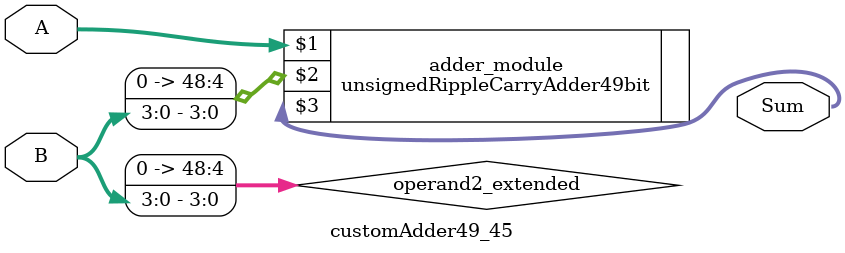
<source format=v>
module customAdder49_45(
                        input [48 : 0] A,
                        input [3 : 0] B,
                        
                        output [49 : 0] Sum
                );

        wire [48 : 0] operand2_extended;
        
        assign operand2_extended =  {45'b0, B};
        
        unsignedRippleCarryAdder49bit adder_module(
            A,
            operand2_extended,
            Sum
        );
        
        endmodule
        
</source>
